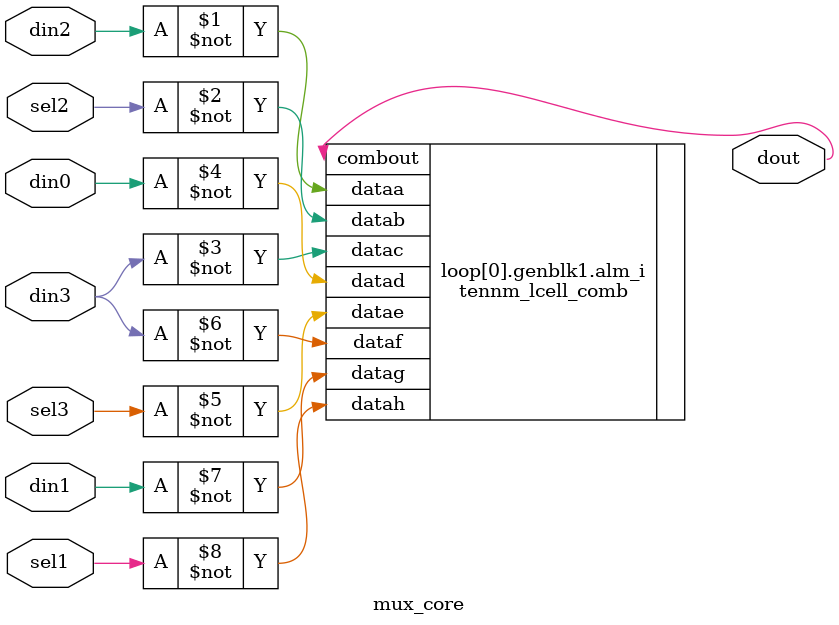
<source format=sv>

module mux_core #(
    parameter SIZE = 1,
    parameter FAMILY = "Agilex" // "Agilex" or "Stratix 10" 
) (
    input sel3, 
    input sel2, 
    input sel1,
    input [SIZE-1:0] din0,
    input [SIZE-1:0] din1,
    input [SIZE-1:0] din2,
    input [SIZE-1:0] din3,
    
    output [SIZE-1:0] dout
);

genvar i;
generate
for (i = 0; i < SIZE; i=i+1) begin : loop
    /*assign dout[i] = sel3 ? (
                  sel2 ? (
                  sel1 ? din0[i] 
                       : din1[i])
                       : din2[i])
                       : din3[i];*/
    
    if (FAMILY == "Agilex")
        tennm_lcell_comb #(
            .extended_lut("on"),
            .lut_mask(64'h0F0F_4477_0F0F_4477)
        ) alm_i (
            .dataa(~din2[i]),
            .datab(~sel2),
            .datac(~din3[i]),
            .datad(~din0[i]),
            .datae(~sel3),
            .dataf(~din3[i]),
            .datag(~din1[i]),
            .datah(~sel1),
            .combout(dout[i])
        );
    else
        fourteennm_lcell_comb #(
            .extended_lut("on"),
            .lut_mask(64'h0F0F_4477_0F0F_4477)
        ) alm_i (
            .dataa(~din2[i]),
            .datab(~sel2),
            .datac(~din3[i]),
            .datad(~din0[i]),
            .datae(~sel3),
            .dataf(~din3[i]),
            .datag(~din1[i]),
            .datah(~sel1),
            .combout(dout[i])
        );
                       
end
endgenerate

endmodule


</source>
